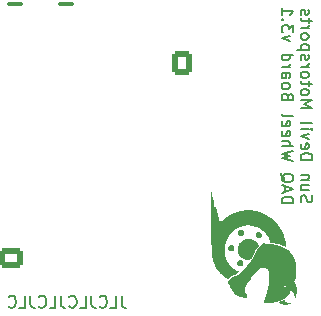
<source format=gbo>
G04 #@! TF.GenerationSoftware,KiCad,Pcbnew,8.0.2*
G04 #@! TF.CreationDate,2025-01-25T00:30:06-07:00*
G04 #@! TF.ProjectId,sdm25wheel,73646d32-3577-4686-9565-6c2e6b696361,v1.1*
G04 #@! TF.SameCoordinates,Original*
G04 #@! TF.FileFunction,Legend,Bot*
G04 #@! TF.FilePolarity,Positive*
%FSLAX46Y46*%
G04 Gerber Fmt 4.6, Leading zero omitted, Abs format (unit mm)*
G04 Created by KiCad (PCBNEW 8.0.2) date 2025-01-25 00:30:06*
%MOMM*%
%LPD*%
G01*
G04 APERTURE LIST*
G04 Aperture macros list*
%AMRoundRect*
0 Rectangle with rounded corners*
0 $1 Rounding radius*
0 $2 $3 $4 $5 $6 $7 $8 $9 X,Y pos of 4 corners*
0 Add a 4 corners polygon primitive as box body*
4,1,4,$2,$3,$4,$5,$6,$7,$8,$9,$2,$3,0*
0 Add four circle primitives for the rounded corners*
1,1,$1+$1,$2,$3*
1,1,$1+$1,$4,$5*
1,1,$1+$1,$6,$7*
1,1,$1+$1,$8,$9*
0 Add four rect primitives between the rounded corners*
20,1,$1+$1,$2,$3,$4,$5,0*
20,1,$1+$1,$4,$5,$6,$7,0*
20,1,$1+$1,$6,$7,$8,$9,0*
20,1,$1+$1,$8,$9,$2,$3,0*%
G04 Aperture macros list end*
%ADD10C,0.150000*%
%ADD11C,0.000000*%
%ADD12C,0.990600*%
%ADD13RoundRect,0.250000X0.725000X-0.600000X0.725000X0.600000X-0.725000X0.600000X-0.725000X-0.600000X0*%
%ADD14O,1.950000X1.700000*%
%ADD15C,1.524000*%
%ADD16C,3.200000*%
%ADD17O,1.200000X1.900000*%
%ADD18C,1.450000*%
%ADD19RoundRect,0.250000X0.600000X0.725000X-0.600000X0.725000X-0.600000X-0.725000X0.600000X-0.725000X0*%
%ADD20O,1.700000X1.950000*%
%ADD21R,1.700000X1.700000*%
%ADD22O,1.700000X1.700000*%
%ADD23RoundRect,0.070000X-0.630000X-0.070000X0.630000X-0.070000X0.630000X0.070000X-0.630000X0.070000X0*%
G04 APERTURE END LIST*
D10*
X164877506Y-113169819D02*
X164877506Y-113884104D01*
X164877506Y-113884104D02*
X164925125Y-114026961D01*
X164925125Y-114026961D02*
X165020363Y-114122200D01*
X165020363Y-114122200D02*
X165163220Y-114169819D01*
X165163220Y-114169819D02*
X165258458Y-114169819D01*
X163925125Y-114169819D02*
X164401315Y-114169819D01*
X164401315Y-114169819D02*
X164401315Y-113169819D01*
X163020363Y-114074580D02*
X163067982Y-114122200D01*
X163067982Y-114122200D02*
X163210839Y-114169819D01*
X163210839Y-114169819D02*
X163306077Y-114169819D01*
X163306077Y-114169819D02*
X163448934Y-114122200D01*
X163448934Y-114122200D02*
X163544172Y-114026961D01*
X163544172Y-114026961D02*
X163591791Y-113931723D01*
X163591791Y-113931723D02*
X163639410Y-113741247D01*
X163639410Y-113741247D02*
X163639410Y-113598390D01*
X163639410Y-113598390D02*
X163591791Y-113407914D01*
X163591791Y-113407914D02*
X163544172Y-113312676D01*
X163544172Y-113312676D02*
X163448934Y-113217438D01*
X163448934Y-113217438D02*
X163306077Y-113169819D01*
X163306077Y-113169819D02*
X163210839Y-113169819D01*
X163210839Y-113169819D02*
X163067982Y-113217438D01*
X163067982Y-113217438D02*
X163020363Y-113265057D01*
X162306077Y-113169819D02*
X162306077Y-113884104D01*
X162306077Y-113884104D02*
X162353696Y-114026961D01*
X162353696Y-114026961D02*
X162448934Y-114122200D01*
X162448934Y-114122200D02*
X162591791Y-114169819D01*
X162591791Y-114169819D02*
X162687029Y-114169819D01*
X161353696Y-114169819D02*
X161829886Y-114169819D01*
X161829886Y-114169819D02*
X161829886Y-113169819D01*
X160448934Y-114074580D02*
X160496553Y-114122200D01*
X160496553Y-114122200D02*
X160639410Y-114169819D01*
X160639410Y-114169819D02*
X160734648Y-114169819D01*
X160734648Y-114169819D02*
X160877505Y-114122200D01*
X160877505Y-114122200D02*
X160972743Y-114026961D01*
X160972743Y-114026961D02*
X161020362Y-113931723D01*
X161020362Y-113931723D02*
X161067981Y-113741247D01*
X161067981Y-113741247D02*
X161067981Y-113598390D01*
X161067981Y-113598390D02*
X161020362Y-113407914D01*
X161020362Y-113407914D02*
X160972743Y-113312676D01*
X160972743Y-113312676D02*
X160877505Y-113217438D01*
X160877505Y-113217438D02*
X160734648Y-113169819D01*
X160734648Y-113169819D02*
X160639410Y-113169819D01*
X160639410Y-113169819D02*
X160496553Y-113217438D01*
X160496553Y-113217438D02*
X160448934Y-113265057D01*
X159734648Y-113169819D02*
X159734648Y-113884104D01*
X159734648Y-113884104D02*
X159782267Y-114026961D01*
X159782267Y-114026961D02*
X159877505Y-114122200D01*
X159877505Y-114122200D02*
X160020362Y-114169819D01*
X160020362Y-114169819D02*
X160115600Y-114169819D01*
X158782267Y-114169819D02*
X159258457Y-114169819D01*
X159258457Y-114169819D02*
X159258457Y-113169819D01*
X157877505Y-114074580D02*
X157925124Y-114122200D01*
X157925124Y-114122200D02*
X158067981Y-114169819D01*
X158067981Y-114169819D02*
X158163219Y-114169819D01*
X158163219Y-114169819D02*
X158306076Y-114122200D01*
X158306076Y-114122200D02*
X158401314Y-114026961D01*
X158401314Y-114026961D02*
X158448933Y-113931723D01*
X158448933Y-113931723D02*
X158496552Y-113741247D01*
X158496552Y-113741247D02*
X158496552Y-113598390D01*
X158496552Y-113598390D02*
X158448933Y-113407914D01*
X158448933Y-113407914D02*
X158401314Y-113312676D01*
X158401314Y-113312676D02*
X158306076Y-113217438D01*
X158306076Y-113217438D02*
X158163219Y-113169819D01*
X158163219Y-113169819D02*
X158067981Y-113169819D01*
X158067981Y-113169819D02*
X157925124Y-113217438D01*
X157925124Y-113217438D02*
X157877505Y-113265057D01*
X157163219Y-113169819D02*
X157163219Y-113884104D01*
X157163219Y-113884104D02*
X157210838Y-114026961D01*
X157210838Y-114026961D02*
X157306076Y-114122200D01*
X157306076Y-114122200D02*
X157448933Y-114169819D01*
X157448933Y-114169819D02*
X157544171Y-114169819D01*
X156210838Y-114169819D02*
X156687028Y-114169819D01*
X156687028Y-114169819D02*
X156687028Y-113169819D01*
X155306076Y-114074580D02*
X155353695Y-114122200D01*
X155353695Y-114122200D02*
X155496552Y-114169819D01*
X155496552Y-114169819D02*
X155591790Y-114169819D01*
X155591790Y-114169819D02*
X155734647Y-114122200D01*
X155734647Y-114122200D02*
X155829885Y-114026961D01*
X155829885Y-114026961D02*
X155877504Y-113931723D01*
X155877504Y-113931723D02*
X155925123Y-113741247D01*
X155925123Y-113741247D02*
X155925123Y-113598390D01*
X155925123Y-113598390D02*
X155877504Y-113407914D01*
X155877504Y-113407914D02*
X155829885Y-113312676D01*
X155829885Y-113312676D02*
X155734647Y-113217438D01*
X155734647Y-113217438D02*
X155591790Y-113169819D01*
X155591790Y-113169819D02*
X155496552Y-113169819D01*
X155496552Y-113169819D02*
X155353695Y-113217438D01*
X155353695Y-113217438D02*
X155306076Y-113265057D01*
X180087744Y-105242858D02*
X180040124Y-105100001D01*
X180040124Y-105100001D02*
X180040124Y-104861906D01*
X180040124Y-104861906D02*
X180087744Y-104766668D01*
X180087744Y-104766668D02*
X180135363Y-104719049D01*
X180135363Y-104719049D02*
X180230601Y-104671430D01*
X180230601Y-104671430D02*
X180325839Y-104671430D01*
X180325839Y-104671430D02*
X180421077Y-104719049D01*
X180421077Y-104719049D02*
X180468696Y-104766668D01*
X180468696Y-104766668D02*
X180516315Y-104861906D01*
X180516315Y-104861906D02*
X180563934Y-105052382D01*
X180563934Y-105052382D02*
X180611553Y-105147620D01*
X180611553Y-105147620D02*
X180659172Y-105195239D01*
X180659172Y-105195239D02*
X180754410Y-105242858D01*
X180754410Y-105242858D02*
X180849648Y-105242858D01*
X180849648Y-105242858D02*
X180944886Y-105195239D01*
X180944886Y-105195239D02*
X180992505Y-105147620D01*
X180992505Y-105147620D02*
X181040124Y-105052382D01*
X181040124Y-105052382D02*
X181040124Y-104814287D01*
X181040124Y-104814287D02*
X180992505Y-104671430D01*
X180706791Y-103814287D02*
X180040124Y-103814287D01*
X180706791Y-104242858D02*
X180182982Y-104242858D01*
X180182982Y-104242858D02*
X180087744Y-104195239D01*
X180087744Y-104195239D02*
X180040124Y-104100001D01*
X180040124Y-104100001D02*
X180040124Y-103957144D01*
X180040124Y-103957144D02*
X180087744Y-103861906D01*
X180087744Y-103861906D02*
X180135363Y-103814287D01*
X180706791Y-103338096D02*
X180040124Y-103338096D01*
X180611553Y-103338096D02*
X180659172Y-103290477D01*
X180659172Y-103290477D02*
X180706791Y-103195239D01*
X180706791Y-103195239D02*
X180706791Y-103052382D01*
X180706791Y-103052382D02*
X180659172Y-102957144D01*
X180659172Y-102957144D02*
X180563934Y-102909525D01*
X180563934Y-102909525D02*
X180040124Y-102909525D01*
X180040124Y-101671429D02*
X181040124Y-101671429D01*
X181040124Y-101671429D02*
X181040124Y-101433334D01*
X181040124Y-101433334D02*
X180992505Y-101290477D01*
X180992505Y-101290477D02*
X180897267Y-101195239D01*
X180897267Y-101195239D02*
X180802029Y-101147620D01*
X180802029Y-101147620D02*
X180611553Y-101100001D01*
X180611553Y-101100001D02*
X180468696Y-101100001D01*
X180468696Y-101100001D02*
X180278220Y-101147620D01*
X180278220Y-101147620D02*
X180182982Y-101195239D01*
X180182982Y-101195239D02*
X180087744Y-101290477D01*
X180087744Y-101290477D02*
X180040124Y-101433334D01*
X180040124Y-101433334D02*
X180040124Y-101671429D01*
X180087744Y-100290477D02*
X180040124Y-100385715D01*
X180040124Y-100385715D02*
X180040124Y-100576191D01*
X180040124Y-100576191D02*
X180087744Y-100671429D01*
X180087744Y-100671429D02*
X180182982Y-100719048D01*
X180182982Y-100719048D02*
X180563934Y-100719048D01*
X180563934Y-100719048D02*
X180659172Y-100671429D01*
X180659172Y-100671429D02*
X180706791Y-100576191D01*
X180706791Y-100576191D02*
X180706791Y-100385715D01*
X180706791Y-100385715D02*
X180659172Y-100290477D01*
X180659172Y-100290477D02*
X180563934Y-100242858D01*
X180563934Y-100242858D02*
X180468696Y-100242858D01*
X180468696Y-100242858D02*
X180373458Y-100719048D01*
X180706791Y-99909524D02*
X180040124Y-99671429D01*
X180040124Y-99671429D02*
X180706791Y-99433334D01*
X180040124Y-99052381D02*
X180706791Y-99052381D01*
X181040124Y-99052381D02*
X180992505Y-99100000D01*
X180992505Y-99100000D02*
X180944886Y-99052381D01*
X180944886Y-99052381D02*
X180992505Y-99004762D01*
X180992505Y-99004762D02*
X181040124Y-99052381D01*
X181040124Y-99052381D02*
X180944886Y-99052381D01*
X180040124Y-98433334D02*
X180087744Y-98528572D01*
X180087744Y-98528572D02*
X180182982Y-98576191D01*
X180182982Y-98576191D02*
X181040124Y-98576191D01*
X180040124Y-97290476D02*
X181040124Y-97290476D01*
X181040124Y-97290476D02*
X180325839Y-96957143D01*
X180325839Y-96957143D02*
X181040124Y-96623810D01*
X181040124Y-96623810D02*
X180040124Y-96623810D01*
X180040124Y-96004762D02*
X180087744Y-96100000D01*
X180087744Y-96100000D02*
X180135363Y-96147619D01*
X180135363Y-96147619D02*
X180230601Y-96195238D01*
X180230601Y-96195238D02*
X180516315Y-96195238D01*
X180516315Y-96195238D02*
X180611553Y-96147619D01*
X180611553Y-96147619D02*
X180659172Y-96100000D01*
X180659172Y-96100000D02*
X180706791Y-96004762D01*
X180706791Y-96004762D02*
X180706791Y-95861905D01*
X180706791Y-95861905D02*
X180659172Y-95766667D01*
X180659172Y-95766667D02*
X180611553Y-95719048D01*
X180611553Y-95719048D02*
X180516315Y-95671429D01*
X180516315Y-95671429D02*
X180230601Y-95671429D01*
X180230601Y-95671429D02*
X180135363Y-95719048D01*
X180135363Y-95719048D02*
X180087744Y-95766667D01*
X180087744Y-95766667D02*
X180040124Y-95861905D01*
X180040124Y-95861905D02*
X180040124Y-96004762D01*
X180706791Y-95385714D02*
X180706791Y-95004762D01*
X181040124Y-95242857D02*
X180182982Y-95242857D01*
X180182982Y-95242857D02*
X180087744Y-95195238D01*
X180087744Y-95195238D02*
X180040124Y-95100000D01*
X180040124Y-95100000D02*
X180040124Y-95004762D01*
X180040124Y-94528571D02*
X180087744Y-94623809D01*
X180087744Y-94623809D02*
X180135363Y-94671428D01*
X180135363Y-94671428D02*
X180230601Y-94719047D01*
X180230601Y-94719047D02*
X180516315Y-94719047D01*
X180516315Y-94719047D02*
X180611553Y-94671428D01*
X180611553Y-94671428D02*
X180659172Y-94623809D01*
X180659172Y-94623809D02*
X180706791Y-94528571D01*
X180706791Y-94528571D02*
X180706791Y-94385714D01*
X180706791Y-94385714D02*
X180659172Y-94290476D01*
X180659172Y-94290476D02*
X180611553Y-94242857D01*
X180611553Y-94242857D02*
X180516315Y-94195238D01*
X180516315Y-94195238D02*
X180230601Y-94195238D01*
X180230601Y-94195238D02*
X180135363Y-94242857D01*
X180135363Y-94242857D02*
X180087744Y-94290476D01*
X180087744Y-94290476D02*
X180040124Y-94385714D01*
X180040124Y-94385714D02*
X180040124Y-94528571D01*
X180040124Y-93766666D02*
X180706791Y-93766666D01*
X180516315Y-93766666D02*
X180611553Y-93719047D01*
X180611553Y-93719047D02*
X180659172Y-93671428D01*
X180659172Y-93671428D02*
X180706791Y-93576190D01*
X180706791Y-93576190D02*
X180706791Y-93480952D01*
X180087744Y-93195237D02*
X180040124Y-93099999D01*
X180040124Y-93099999D02*
X180040124Y-92909523D01*
X180040124Y-92909523D02*
X180087744Y-92814285D01*
X180087744Y-92814285D02*
X180182982Y-92766666D01*
X180182982Y-92766666D02*
X180230601Y-92766666D01*
X180230601Y-92766666D02*
X180325839Y-92814285D01*
X180325839Y-92814285D02*
X180373458Y-92909523D01*
X180373458Y-92909523D02*
X180373458Y-93052380D01*
X180373458Y-93052380D02*
X180421077Y-93147618D01*
X180421077Y-93147618D02*
X180516315Y-93195237D01*
X180516315Y-93195237D02*
X180563934Y-93195237D01*
X180563934Y-93195237D02*
X180659172Y-93147618D01*
X180659172Y-93147618D02*
X180706791Y-93052380D01*
X180706791Y-93052380D02*
X180706791Y-92909523D01*
X180706791Y-92909523D02*
X180659172Y-92814285D01*
X180706791Y-92338094D02*
X179706791Y-92338094D01*
X180659172Y-92338094D02*
X180706791Y-92242856D01*
X180706791Y-92242856D02*
X180706791Y-92052380D01*
X180706791Y-92052380D02*
X180659172Y-91957142D01*
X180659172Y-91957142D02*
X180611553Y-91909523D01*
X180611553Y-91909523D02*
X180516315Y-91861904D01*
X180516315Y-91861904D02*
X180230601Y-91861904D01*
X180230601Y-91861904D02*
X180135363Y-91909523D01*
X180135363Y-91909523D02*
X180087744Y-91957142D01*
X180087744Y-91957142D02*
X180040124Y-92052380D01*
X180040124Y-92052380D02*
X180040124Y-92242856D01*
X180040124Y-92242856D02*
X180087744Y-92338094D01*
X180040124Y-91290475D02*
X180087744Y-91385713D01*
X180087744Y-91385713D02*
X180135363Y-91433332D01*
X180135363Y-91433332D02*
X180230601Y-91480951D01*
X180230601Y-91480951D02*
X180516315Y-91480951D01*
X180516315Y-91480951D02*
X180611553Y-91433332D01*
X180611553Y-91433332D02*
X180659172Y-91385713D01*
X180659172Y-91385713D02*
X180706791Y-91290475D01*
X180706791Y-91290475D02*
X180706791Y-91147618D01*
X180706791Y-91147618D02*
X180659172Y-91052380D01*
X180659172Y-91052380D02*
X180611553Y-91004761D01*
X180611553Y-91004761D02*
X180516315Y-90957142D01*
X180516315Y-90957142D02*
X180230601Y-90957142D01*
X180230601Y-90957142D02*
X180135363Y-91004761D01*
X180135363Y-91004761D02*
X180087744Y-91052380D01*
X180087744Y-91052380D02*
X180040124Y-91147618D01*
X180040124Y-91147618D02*
X180040124Y-91290475D01*
X180040124Y-90528570D02*
X180706791Y-90528570D01*
X180516315Y-90528570D02*
X180611553Y-90480951D01*
X180611553Y-90480951D02*
X180659172Y-90433332D01*
X180659172Y-90433332D02*
X180706791Y-90338094D01*
X180706791Y-90338094D02*
X180706791Y-90242856D01*
X180706791Y-90052379D02*
X180706791Y-89671427D01*
X181040124Y-89909522D02*
X180182982Y-89909522D01*
X180182982Y-89909522D02*
X180087744Y-89861903D01*
X180087744Y-89861903D02*
X180040124Y-89766665D01*
X180040124Y-89766665D02*
X180040124Y-89671427D01*
X180087744Y-89385712D02*
X180040124Y-89290474D01*
X180040124Y-89290474D02*
X180040124Y-89099998D01*
X180040124Y-89099998D02*
X180087744Y-89004760D01*
X180087744Y-89004760D02*
X180182982Y-88957141D01*
X180182982Y-88957141D02*
X180230601Y-88957141D01*
X180230601Y-88957141D02*
X180325839Y-89004760D01*
X180325839Y-89004760D02*
X180373458Y-89099998D01*
X180373458Y-89099998D02*
X180373458Y-89242855D01*
X180373458Y-89242855D02*
X180421077Y-89338093D01*
X180421077Y-89338093D02*
X180516315Y-89385712D01*
X180516315Y-89385712D02*
X180563934Y-89385712D01*
X180563934Y-89385712D02*
X180659172Y-89338093D01*
X180659172Y-89338093D02*
X180706791Y-89242855D01*
X180706791Y-89242855D02*
X180706791Y-89099998D01*
X180706791Y-89099998D02*
X180659172Y-89004760D01*
X178430180Y-105338095D02*
X179430180Y-105338095D01*
X179430180Y-105338095D02*
X179430180Y-105100000D01*
X179430180Y-105100000D02*
X179382561Y-104957143D01*
X179382561Y-104957143D02*
X179287323Y-104861905D01*
X179287323Y-104861905D02*
X179192085Y-104814286D01*
X179192085Y-104814286D02*
X179001609Y-104766667D01*
X179001609Y-104766667D02*
X178858752Y-104766667D01*
X178858752Y-104766667D02*
X178668276Y-104814286D01*
X178668276Y-104814286D02*
X178573038Y-104861905D01*
X178573038Y-104861905D02*
X178477800Y-104957143D01*
X178477800Y-104957143D02*
X178430180Y-105100000D01*
X178430180Y-105100000D02*
X178430180Y-105338095D01*
X178715895Y-104385714D02*
X178715895Y-103909524D01*
X178430180Y-104480952D02*
X179430180Y-104147619D01*
X179430180Y-104147619D02*
X178430180Y-103814286D01*
X178334942Y-102814286D02*
X178382561Y-102909524D01*
X178382561Y-102909524D02*
X178477800Y-103004762D01*
X178477800Y-103004762D02*
X178620657Y-103147619D01*
X178620657Y-103147619D02*
X178668276Y-103242857D01*
X178668276Y-103242857D02*
X178668276Y-103338095D01*
X178430180Y-103290476D02*
X178477800Y-103385714D01*
X178477800Y-103385714D02*
X178573038Y-103480952D01*
X178573038Y-103480952D02*
X178763514Y-103528571D01*
X178763514Y-103528571D02*
X179096847Y-103528571D01*
X179096847Y-103528571D02*
X179287323Y-103480952D01*
X179287323Y-103480952D02*
X179382561Y-103385714D01*
X179382561Y-103385714D02*
X179430180Y-103290476D01*
X179430180Y-103290476D02*
X179430180Y-103100000D01*
X179430180Y-103100000D02*
X179382561Y-103004762D01*
X179382561Y-103004762D02*
X179287323Y-102909524D01*
X179287323Y-102909524D02*
X179096847Y-102861905D01*
X179096847Y-102861905D02*
X178763514Y-102861905D01*
X178763514Y-102861905D02*
X178573038Y-102909524D01*
X178573038Y-102909524D02*
X178477800Y-103004762D01*
X178477800Y-103004762D02*
X178430180Y-103100000D01*
X178430180Y-103100000D02*
X178430180Y-103290476D01*
X179430180Y-101766666D02*
X178430180Y-101528571D01*
X178430180Y-101528571D02*
X179144466Y-101338095D01*
X179144466Y-101338095D02*
X178430180Y-101147619D01*
X178430180Y-101147619D02*
X179430180Y-100909524D01*
X178430180Y-100528571D02*
X179430180Y-100528571D01*
X178430180Y-100100000D02*
X178953990Y-100100000D01*
X178953990Y-100100000D02*
X179049228Y-100147619D01*
X179049228Y-100147619D02*
X179096847Y-100242857D01*
X179096847Y-100242857D02*
X179096847Y-100385714D01*
X179096847Y-100385714D02*
X179049228Y-100480952D01*
X179049228Y-100480952D02*
X179001609Y-100528571D01*
X178477800Y-99242857D02*
X178430180Y-99338095D01*
X178430180Y-99338095D02*
X178430180Y-99528571D01*
X178430180Y-99528571D02*
X178477800Y-99623809D01*
X178477800Y-99623809D02*
X178573038Y-99671428D01*
X178573038Y-99671428D02*
X178953990Y-99671428D01*
X178953990Y-99671428D02*
X179049228Y-99623809D01*
X179049228Y-99623809D02*
X179096847Y-99528571D01*
X179096847Y-99528571D02*
X179096847Y-99338095D01*
X179096847Y-99338095D02*
X179049228Y-99242857D01*
X179049228Y-99242857D02*
X178953990Y-99195238D01*
X178953990Y-99195238D02*
X178858752Y-99195238D01*
X178858752Y-99195238D02*
X178763514Y-99671428D01*
X178477800Y-98385714D02*
X178430180Y-98480952D01*
X178430180Y-98480952D02*
X178430180Y-98671428D01*
X178430180Y-98671428D02*
X178477800Y-98766666D01*
X178477800Y-98766666D02*
X178573038Y-98814285D01*
X178573038Y-98814285D02*
X178953990Y-98814285D01*
X178953990Y-98814285D02*
X179049228Y-98766666D01*
X179049228Y-98766666D02*
X179096847Y-98671428D01*
X179096847Y-98671428D02*
X179096847Y-98480952D01*
X179096847Y-98480952D02*
X179049228Y-98385714D01*
X179049228Y-98385714D02*
X178953990Y-98338095D01*
X178953990Y-98338095D02*
X178858752Y-98338095D01*
X178858752Y-98338095D02*
X178763514Y-98814285D01*
X178430180Y-97766666D02*
X178477800Y-97861904D01*
X178477800Y-97861904D02*
X178573038Y-97909523D01*
X178573038Y-97909523D02*
X179430180Y-97909523D01*
X178953990Y-96290475D02*
X178906371Y-96147618D01*
X178906371Y-96147618D02*
X178858752Y-96099999D01*
X178858752Y-96099999D02*
X178763514Y-96052380D01*
X178763514Y-96052380D02*
X178620657Y-96052380D01*
X178620657Y-96052380D02*
X178525419Y-96099999D01*
X178525419Y-96099999D02*
X178477800Y-96147618D01*
X178477800Y-96147618D02*
X178430180Y-96242856D01*
X178430180Y-96242856D02*
X178430180Y-96623808D01*
X178430180Y-96623808D02*
X179430180Y-96623808D01*
X179430180Y-96623808D02*
X179430180Y-96290475D01*
X179430180Y-96290475D02*
X179382561Y-96195237D01*
X179382561Y-96195237D02*
X179334942Y-96147618D01*
X179334942Y-96147618D02*
X179239704Y-96099999D01*
X179239704Y-96099999D02*
X179144466Y-96099999D01*
X179144466Y-96099999D02*
X179049228Y-96147618D01*
X179049228Y-96147618D02*
X179001609Y-96195237D01*
X179001609Y-96195237D02*
X178953990Y-96290475D01*
X178953990Y-96290475D02*
X178953990Y-96623808D01*
X178430180Y-95480951D02*
X178477800Y-95576189D01*
X178477800Y-95576189D02*
X178525419Y-95623808D01*
X178525419Y-95623808D02*
X178620657Y-95671427D01*
X178620657Y-95671427D02*
X178906371Y-95671427D01*
X178906371Y-95671427D02*
X179001609Y-95623808D01*
X179001609Y-95623808D02*
X179049228Y-95576189D01*
X179049228Y-95576189D02*
X179096847Y-95480951D01*
X179096847Y-95480951D02*
X179096847Y-95338094D01*
X179096847Y-95338094D02*
X179049228Y-95242856D01*
X179049228Y-95242856D02*
X179001609Y-95195237D01*
X179001609Y-95195237D02*
X178906371Y-95147618D01*
X178906371Y-95147618D02*
X178620657Y-95147618D01*
X178620657Y-95147618D02*
X178525419Y-95195237D01*
X178525419Y-95195237D02*
X178477800Y-95242856D01*
X178477800Y-95242856D02*
X178430180Y-95338094D01*
X178430180Y-95338094D02*
X178430180Y-95480951D01*
X178430180Y-94290475D02*
X178953990Y-94290475D01*
X178953990Y-94290475D02*
X179049228Y-94338094D01*
X179049228Y-94338094D02*
X179096847Y-94433332D01*
X179096847Y-94433332D02*
X179096847Y-94623808D01*
X179096847Y-94623808D02*
X179049228Y-94719046D01*
X178477800Y-94290475D02*
X178430180Y-94385713D01*
X178430180Y-94385713D02*
X178430180Y-94623808D01*
X178430180Y-94623808D02*
X178477800Y-94719046D01*
X178477800Y-94719046D02*
X178573038Y-94766665D01*
X178573038Y-94766665D02*
X178668276Y-94766665D01*
X178668276Y-94766665D02*
X178763514Y-94719046D01*
X178763514Y-94719046D02*
X178811133Y-94623808D01*
X178811133Y-94623808D02*
X178811133Y-94385713D01*
X178811133Y-94385713D02*
X178858752Y-94290475D01*
X178430180Y-93814284D02*
X179096847Y-93814284D01*
X178906371Y-93814284D02*
X179001609Y-93766665D01*
X179001609Y-93766665D02*
X179049228Y-93719046D01*
X179049228Y-93719046D02*
X179096847Y-93623808D01*
X179096847Y-93623808D02*
X179096847Y-93528570D01*
X178430180Y-92766665D02*
X179430180Y-92766665D01*
X178477800Y-92766665D02*
X178430180Y-92861903D01*
X178430180Y-92861903D02*
X178430180Y-93052379D01*
X178430180Y-93052379D02*
X178477800Y-93147617D01*
X178477800Y-93147617D02*
X178525419Y-93195236D01*
X178525419Y-93195236D02*
X178620657Y-93242855D01*
X178620657Y-93242855D02*
X178906371Y-93242855D01*
X178906371Y-93242855D02*
X179001609Y-93195236D01*
X179001609Y-93195236D02*
X179049228Y-93147617D01*
X179049228Y-93147617D02*
X179096847Y-93052379D01*
X179096847Y-93052379D02*
X179096847Y-92861903D01*
X179096847Y-92861903D02*
X179049228Y-92766665D01*
X179096847Y-91623807D02*
X178430180Y-91385712D01*
X178430180Y-91385712D02*
X179096847Y-91147617D01*
X179430180Y-90861902D02*
X179430180Y-90242855D01*
X179430180Y-90242855D02*
X179049228Y-90576188D01*
X179049228Y-90576188D02*
X179049228Y-90433331D01*
X179049228Y-90433331D02*
X179001609Y-90338093D01*
X179001609Y-90338093D02*
X178953990Y-90290474D01*
X178953990Y-90290474D02*
X178858752Y-90242855D01*
X178858752Y-90242855D02*
X178620657Y-90242855D01*
X178620657Y-90242855D02*
X178525419Y-90290474D01*
X178525419Y-90290474D02*
X178477800Y-90338093D01*
X178477800Y-90338093D02*
X178430180Y-90433331D01*
X178430180Y-90433331D02*
X178430180Y-90719045D01*
X178430180Y-90719045D02*
X178477800Y-90814283D01*
X178477800Y-90814283D02*
X178525419Y-90861902D01*
X178525419Y-89814283D02*
X178477800Y-89766664D01*
X178477800Y-89766664D02*
X178430180Y-89814283D01*
X178430180Y-89814283D02*
X178477800Y-89861902D01*
X178477800Y-89861902D02*
X178525419Y-89814283D01*
X178525419Y-89814283D02*
X178430180Y-89814283D01*
X178430180Y-88814284D02*
X178430180Y-89385712D01*
X178430180Y-89099998D02*
X179430180Y-89099998D01*
X179430180Y-89099998D02*
X179287323Y-89195236D01*
X179287323Y-89195236D02*
X179192085Y-89290474D01*
X179192085Y-89290474D02*
X179144466Y-89385712D01*
D11*
G36*
X174166723Y-108875385D02*
G01*
X174223897Y-108881183D01*
X174274218Y-108896943D01*
X174319033Y-108923243D01*
X174359690Y-108960662D01*
X174374885Y-108978982D01*
X174403391Y-109025682D01*
X174421272Y-109075334D01*
X174428960Y-109126439D01*
X174426886Y-109177501D01*
X174415481Y-109227022D01*
X174395175Y-109273504D01*
X174366399Y-109315450D01*
X174329584Y-109351362D01*
X174285161Y-109379743D01*
X174233561Y-109399094D01*
X174182990Y-109407507D01*
X174126390Y-109406015D01*
X174072000Y-109393317D01*
X174021644Y-109369861D01*
X173977151Y-109336096D01*
X173950230Y-109305338D01*
X173925749Y-109266657D01*
X173907398Y-109225680D01*
X173897491Y-109186742D01*
X173894997Y-109160834D01*
X173897348Y-109101964D01*
X173911192Y-109047386D01*
X173936335Y-108997707D01*
X173972582Y-108953531D01*
X174014602Y-108918008D01*
X174058677Y-108893561D01*
X174106704Y-108879660D01*
X174161028Y-108875332D01*
X174166723Y-108875385D01*
G37*
G36*
X176529170Y-107755457D02*
G01*
X176582787Y-107768082D01*
X176631467Y-107791169D01*
X176674010Y-107823394D01*
X176709216Y-107863435D01*
X176735886Y-107909967D01*
X176752819Y-107961669D01*
X176758816Y-108017217D01*
X176754642Y-108071850D01*
X176740728Y-108121683D01*
X176716165Y-108167050D01*
X176680054Y-108210155D01*
X176659333Y-108229012D01*
X176613510Y-108258992D01*
X176563494Y-108278445D01*
X176511039Y-108287340D01*
X176457897Y-108285646D01*
X176405822Y-108273332D01*
X176356565Y-108250365D01*
X176311881Y-108216716D01*
X176301748Y-108206993D01*
X176274184Y-108175877D01*
X176253968Y-108143240D01*
X176237878Y-108104186D01*
X176230292Y-108073989D01*
X176225670Y-108032845D01*
X176225984Y-107991302D01*
X176231484Y-107955189D01*
X176247975Y-107908906D01*
X176276372Y-107861004D01*
X176313328Y-107820761D01*
X176357535Y-107789085D01*
X176407687Y-107766883D01*
X176462475Y-107755063D01*
X176520593Y-107754531D01*
X176529170Y-107755457D01*
G37*
G36*
X175031058Y-107567856D02*
G01*
X175082677Y-107579570D01*
X175131282Y-107601546D01*
X175175135Y-107632874D01*
X175212502Y-107672639D01*
X175241645Y-107719930D01*
X175242452Y-107721608D01*
X175252824Y-107744054D01*
X175259332Y-107761843D01*
X175262871Y-107779263D01*
X175264335Y-107800606D01*
X175264618Y-107830158D01*
X175263013Y-107866118D01*
X175252643Y-107921818D01*
X175232325Y-107970471D01*
X175201686Y-108012866D01*
X175160350Y-108049796D01*
X175159925Y-108050108D01*
X175111500Y-108078547D01*
X175060532Y-108095793D01*
X175008502Y-108102388D01*
X174956892Y-108098874D01*
X174907183Y-108085791D01*
X174860856Y-108063682D01*
X174819393Y-108033086D01*
X174784273Y-107994547D01*
X174756980Y-107948604D01*
X174738993Y-107895799D01*
X174734926Y-107870665D01*
X174734095Y-107822910D01*
X174740638Y-107773752D01*
X174754093Y-107728321D01*
X174763485Y-107707738D01*
X174782063Y-107678709D01*
X174808465Y-107648868D01*
X174820289Y-107637406D01*
X174860540Y-107606366D01*
X174905043Y-107584636D01*
X174957241Y-107570397D01*
X174978160Y-107567319D01*
X175031058Y-107567856D01*
G37*
G36*
X174940506Y-110162016D02*
G01*
X174969711Y-110162503D01*
X174990872Y-110163925D01*
X175007092Y-110166733D01*
X175021474Y-110171374D01*
X175037122Y-110178299D01*
X175061376Y-110191282D01*
X175105824Y-110224524D01*
X175141321Y-110264628D01*
X175167585Y-110310053D01*
X175184335Y-110359261D01*
X175191291Y-110410710D01*
X175188172Y-110462862D01*
X175174696Y-110514176D01*
X175150584Y-110563113D01*
X175115552Y-110608133D01*
X175114074Y-110609672D01*
X175070219Y-110646525D01*
X175021379Y-110672350D01*
X174968806Y-110686935D01*
X174913754Y-110690069D01*
X174857475Y-110681541D01*
X174801221Y-110661140D01*
X174771581Y-110643665D01*
X174734274Y-110611381D01*
X174702047Y-110571724D01*
X174677169Y-110527611D01*
X174661905Y-110481956D01*
X174661538Y-110480101D01*
X174659292Y-110459750D01*
X174658318Y-110432905D01*
X174658827Y-110404862D01*
X174658866Y-110404094D01*
X174667791Y-110348638D01*
X174687935Y-110297113D01*
X174718242Y-110251126D01*
X174757657Y-110212286D01*
X174805124Y-110182197D01*
X174820599Y-110174772D01*
X174835542Y-110168724D01*
X174850204Y-110164963D01*
X174867780Y-110162946D01*
X174891468Y-110162133D01*
X174924462Y-110161982D01*
X174940506Y-110162016D01*
G37*
G36*
X178636836Y-113484284D02*
G01*
X178637179Y-113485262D01*
X178645857Y-113502132D01*
X178661074Y-113525198D01*
X178680832Y-113551870D01*
X178703135Y-113579558D01*
X178725984Y-113605672D01*
X178747383Y-113627622D01*
X178793398Y-113667135D01*
X178862628Y-113714066D01*
X178937273Y-113751979D01*
X179015366Y-113780063D01*
X179094941Y-113797508D01*
X179174031Y-113803503D01*
X179193206Y-113804231D01*
X179206602Y-113806238D01*
X179210442Y-113809077D01*
X179203980Y-113814195D01*
X179188059Y-113823220D01*
X179165437Y-113834556D01*
X179138697Y-113846964D01*
X179110422Y-113859207D01*
X179083194Y-113870048D01*
X179063087Y-113877230D01*
X178994446Y-113897198D01*
X178917718Y-113913513D01*
X178836003Y-113925479D01*
X178814018Y-113927939D01*
X178781924Y-113930969D01*
X178755336Y-113932244D01*
X178729845Y-113931765D01*
X178701043Y-113929536D01*
X178664522Y-113925558D01*
X178616789Y-113919190D01*
X178518153Y-113899807D01*
X178426785Y-113872357D01*
X178340465Y-113835969D01*
X178256975Y-113789771D01*
X178174095Y-113732892D01*
X178161215Y-113722974D01*
X178143980Y-113707912D01*
X178137021Y-113698030D01*
X178139970Y-113692621D01*
X178152463Y-113690975D01*
X178159019Y-113690445D01*
X178178909Y-113686883D01*
X178206231Y-113680616D01*
X178238077Y-113672410D01*
X178271539Y-113663030D01*
X178303710Y-113653242D01*
X178331682Y-113643810D01*
X178356886Y-113634088D01*
X178410949Y-113610088D01*
X178467912Y-113581292D01*
X178523450Y-113549948D01*
X178573239Y-113518303D01*
X178593074Y-113505123D01*
X178615881Y-113491296D01*
X178630789Y-113484179D01*
X178636836Y-113484284D01*
G37*
G36*
X175639744Y-108330736D02*
G01*
X175732109Y-108339780D01*
X175823671Y-108356208D01*
X175911735Y-108379726D01*
X175993607Y-108410038D01*
X176008432Y-108416574D01*
X176087804Y-108456476D01*
X176159273Y-108500862D01*
X176181085Y-108517127D01*
X176216172Y-108546621D01*
X176253697Y-108581260D01*
X176291159Y-108618532D01*
X176326059Y-108655922D01*
X176355897Y-108690917D01*
X176378174Y-108721003D01*
X176386988Y-108734700D01*
X176409806Y-108772977D01*
X176431390Y-108812876D01*
X176450258Y-108851430D01*
X176464928Y-108885671D01*
X176473916Y-108912632D01*
X176482072Y-108944847D01*
X176406652Y-109039786D01*
X176363150Y-109094971D01*
X176321557Y-109149038D01*
X176286391Y-109196692D01*
X176256702Y-109239516D01*
X176231541Y-109279093D01*
X176209959Y-109317007D01*
X176191006Y-109354840D01*
X176173733Y-109394176D01*
X176157189Y-109436599D01*
X176140426Y-109483690D01*
X176132780Y-109504748D01*
X176117569Y-109543052D01*
X176100530Y-109582805D01*
X176084115Y-109618154D01*
X176066494Y-109652240D01*
X176038208Y-109702564D01*
X176004127Y-109759592D01*
X175965351Y-109821599D01*
X175922983Y-109886867D01*
X175878125Y-109953672D01*
X175831878Y-110020293D01*
X175785343Y-110085009D01*
X175782301Y-110089022D01*
X175774078Y-110097971D01*
X175764237Y-110104888D01*
X175751221Y-110110028D01*
X175733477Y-110113644D01*
X175709451Y-110115993D01*
X175677587Y-110117329D01*
X175636332Y-110117905D01*
X175584131Y-110117978D01*
X175536407Y-110117835D01*
X175498851Y-110117461D01*
X175469398Y-110116677D01*
X175445844Y-110115306D01*
X175425986Y-110113169D01*
X175407621Y-110110089D01*
X175388546Y-110105887D01*
X175366557Y-110100385D01*
X175331081Y-110090521D01*
X175232578Y-110054715D01*
X175140280Y-110008355D01*
X175054820Y-109951893D01*
X174976826Y-109885780D01*
X174906930Y-109810471D01*
X174845761Y-109726416D01*
X174817926Y-109679431D01*
X174777617Y-109596131D01*
X174744702Y-109507664D01*
X174720443Y-109417617D01*
X174706102Y-109329578D01*
X174703183Y-109287083D01*
X174702323Y-109236378D01*
X174703524Y-109182786D01*
X174706628Y-109130133D01*
X174711477Y-109082248D01*
X174717913Y-109042957D01*
X174722547Y-109022421D01*
X174752086Y-108924430D01*
X174792470Y-108830947D01*
X174842874Y-108742807D01*
X174902473Y-108660847D01*
X174970440Y-108585902D01*
X175045950Y-108518807D01*
X175128179Y-108460397D01*
X175216299Y-108411508D01*
X175309487Y-108372976D01*
X175406916Y-108345636D01*
X175463385Y-108335988D01*
X175549271Y-108329374D01*
X175639744Y-108330736D01*
G37*
G36*
X176889479Y-108739786D02*
G01*
X176945358Y-108740585D01*
X177025140Y-108743699D01*
X177112536Y-108748939D01*
X177204960Y-108756061D01*
X177299828Y-108764823D01*
X177394553Y-108774981D01*
X177486552Y-108786293D01*
X177573239Y-108798515D01*
X177652028Y-108811407D01*
X177654045Y-108811765D01*
X177684584Y-108817193D01*
X177715685Y-108822725D01*
X177740912Y-108827216D01*
X177821063Y-108842544D01*
X177954678Y-108872488D01*
X178089282Y-108907819D01*
X178222952Y-108947874D01*
X178353762Y-108991988D01*
X178479789Y-109039500D01*
X178599108Y-109089744D01*
X178709795Y-109142059D01*
X178809925Y-109195779D01*
X178836783Y-109211406D01*
X178934200Y-109271616D01*
X179020971Y-109331647D01*
X179098466Y-109392828D01*
X179168054Y-109456483D01*
X179231106Y-109523942D01*
X179288990Y-109596529D01*
X179343075Y-109675573D01*
X179394732Y-109762400D01*
X179440091Y-109847630D01*
X179497362Y-109970175D01*
X179546158Y-110095039D01*
X179587016Y-110223974D01*
X179620470Y-110358732D01*
X179647060Y-110501066D01*
X179667319Y-110652728D01*
X179670905Y-110690486D01*
X179675487Y-110765201D01*
X179677916Y-110848413D01*
X179678247Y-110937701D01*
X179676536Y-111030638D01*
X179672839Y-111124802D01*
X179667211Y-111217768D01*
X179659709Y-111307112D01*
X179650387Y-111390409D01*
X179646940Y-111416012D01*
X179640094Y-111462345D01*
X179632019Y-111512786D01*
X179623009Y-111565840D01*
X179613354Y-111620010D01*
X179603348Y-111673800D01*
X179593282Y-111725716D01*
X179583450Y-111774262D01*
X179574143Y-111817941D01*
X179565654Y-111855259D01*
X179558275Y-111884719D01*
X179552298Y-111904827D01*
X179548017Y-111914086D01*
X179548006Y-111914097D01*
X179546273Y-111915931D01*
X179544384Y-111916034D01*
X179540904Y-111912725D01*
X179534401Y-111904324D01*
X179523441Y-111889152D01*
X179506589Y-111865526D01*
X179454821Y-111797127D01*
X179388598Y-111721112D01*
X179321397Y-111656425D01*
X179253784Y-111603654D01*
X179239784Y-111594169D01*
X179209689Y-111574831D01*
X179181734Y-111558176D01*
X179157943Y-111545329D01*
X179140341Y-111537411D01*
X179130953Y-111535545D01*
X179130734Y-111535681D01*
X179133597Y-111541048D01*
X179144297Y-111552679D01*
X179161258Y-111568973D01*
X179182903Y-111588328D01*
X179194036Y-111598112D01*
X179234400Y-111635305D01*
X179277380Y-111677157D01*
X179320532Y-111721135D01*
X179361409Y-111764709D01*
X179397567Y-111805348D01*
X179426559Y-111840520D01*
X179500402Y-111943440D01*
X179566963Y-112055190D01*
X179622041Y-112170652D01*
X179666063Y-112290631D01*
X179679737Y-112338129D01*
X179692364Y-112389887D01*
X179703238Y-112442409D01*
X179711767Y-112492554D01*
X179717357Y-112537179D01*
X179719415Y-112573144D01*
X179720032Y-112588315D01*
X179722348Y-112604682D01*
X179725775Y-112612585D01*
X179728186Y-112618547D01*
X179730240Y-112634401D01*
X179731495Y-112656823D01*
X179731951Y-112682641D01*
X179731606Y-112708679D01*
X179730462Y-112731763D01*
X179728519Y-112748718D01*
X179725775Y-112756371D01*
X179722863Y-112762718D01*
X179720450Y-112778402D01*
X179719524Y-112799458D01*
X179719115Y-112816277D01*
X179717014Y-112846377D01*
X179713727Y-112872544D01*
X179710387Y-112892186D01*
X179705422Y-112921637D01*
X179700650Y-112950168D01*
X179699625Y-112956177D01*
X179690650Y-113001870D01*
X179678665Y-113054541D01*
X179664713Y-113110022D01*
X179649834Y-113164142D01*
X179635070Y-113212733D01*
X179623623Y-113247217D01*
X179610723Y-113284257D01*
X179597950Y-113319323D01*
X179586061Y-113350435D01*
X179575816Y-113375613D01*
X179567971Y-113392877D01*
X179563285Y-113400248D01*
X179560688Y-113397836D01*
X179557227Y-113386033D01*
X179554266Y-113367388D01*
X179551995Y-113351288D01*
X179547280Y-113323538D01*
X179541174Y-113291109D01*
X179534433Y-113258166D01*
X179528348Y-113231080D01*
X179493931Y-113110881D01*
X179448818Y-112996907D01*
X179393176Y-112889449D01*
X179327169Y-112788798D01*
X179250964Y-112695244D01*
X179164725Y-112609078D01*
X179154076Y-112599620D01*
X179093892Y-112551000D01*
X179026873Y-112503810D01*
X178955484Y-112459419D01*
X178882189Y-112419197D01*
X178809453Y-112384514D01*
X178739740Y-112356739D01*
X178675517Y-112337242D01*
X178641466Y-112328532D01*
X178574631Y-112308833D01*
X178517821Y-112287923D01*
X178469330Y-112265130D01*
X178427455Y-112239787D01*
X178417925Y-112233412D01*
X178404535Y-112225112D01*
X178397760Y-112221864D01*
X178393571Y-112225178D01*
X178397262Y-112236037D01*
X178409208Y-112253558D01*
X178428888Y-112276822D01*
X178452067Y-112299815D01*
X178481528Y-112321834D01*
X178515981Y-112339899D01*
X178557929Y-112355287D01*
X178609876Y-112369279D01*
X178652659Y-112379638D01*
X178689811Y-112389253D01*
X178719038Y-112397759D01*
X178742602Y-112405874D01*
X178762766Y-112414316D01*
X178781793Y-112423803D01*
X178787160Y-112426691D01*
X178848803Y-112463459D01*
X178908058Y-112505139D01*
X178963784Y-112550504D01*
X179014844Y-112598328D01*
X179060098Y-112647384D01*
X179098407Y-112696445D01*
X179128631Y-112744284D01*
X179149631Y-112789674D01*
X179160269Y-112831389D01*
X179161709Y-112847535D01*
X179160341Y-112862898D01*
X179154620Y-112879286D01*
X179143395Y-112901478D01*
X179136694Y-112913425D01*
X179113042Y-112950064D01*
X179082427Y-112990556D01*
X179044089Y-113035814D01*
X178997269Y-113086750D01*
X178941207Y-113144277D01*
X178898924Y-113186149D01*
X178839828Y-113242329D01*
X178783944Y-113292097D01*
X178728650Y-113337580D01*
X178671325Y-113380901D01*
X178609347Y-113424189D01*
X178540095Y-113469568D01*
X178496591Y-113496660D01*
X178385108Y-113559290D01*
X178274460Y-113611280D01*
X178162539Y-113653562D01*
X178047237Y-113687065D01*
X178025728Y-113692306D01*
X177953573Y-113708344D01*
X177874620Y-113723921D01*
X177792623Y-113738401D01*
X177711331Y-113751145D01*
X177634496Y-113761516D01*
X177565869Y-113768877D01*
X177542511Y-113771125D01*
X177517956Y-113773811D01*
X177500228Y-113776104D01*
X177489443Y-113777282D01*
X177463549Y-113778760D01*
X177428856Y-113779774D01*
X177387628Y-113780341D01*
X177342132Y-113780477D01*
X177294633Y-113780199D01*
X177247396Y-113779524D01*
X177202687Y-113778468D01*
X177162771Y-113777049D01*
X177129914Y-113775284D01*
X177106381Y-113773188D01*
X177086090Y-113770536D01*
X177042161Y-113763965D01*
X177000237Y-113756654D01*
X176962049Y-113748993D01*
X176929332Y-113741370D01*
X176903817Y-113734176D01*
X176887237Y-113727798D01*
X176881325Y-113722627D01*
X176882601Y-113718380D01*
X176888200Y-113704534D01*
X176897231Y-113683865D01*
X176908574Y-113658992D01*
X176921060Y-113632065D01*
X176936846Y-113597732D01*
X176949545Y-113569505D01*
X176960518Y-113544226D01*
X176971127Y-113518733D01*
X176982734Y-113489866D01*
X176996701Y-113454465D01*
X176998812Y-113449086D01*
X177031119Y-113365502D01*
X177059245Y-113289994D01*
X177084275Y-113219516D01*
X177107293Y-113151017D01*
X177129385Y-113081450D01*
X177168894Y-112948684D01*
X177216129Y-112774466D01*
X177257889Y-112601520D01*
X177294078Y-112430699D01*
X177324596Y-112262855D01*
X177349348Y-112098841D01*
X177368235Y-111939510D01*
X177381160Y-111785714D01*
X177388025Y-111638306D01*
X177388732Y-111498139D01*
X177383183Y-111366065D01*
X177371282Y-111242936D01*
X177352929Y-111129606D01*
X177345913Y-111099095D01*
X177323259Y-111033349D01*
X177291860Y-110976205D01*
X177251501Y-110927471D01*
X177201965Y-110886956D01*
X177143038Y-110854469D01*
X177074503Y-110829816D01*
X176996144Y-110812808D01*
X176983567Y-110810944D01*
X176948161Y-110806761D01*
X176912948Y-110803854D01*
X176883971Y-110802765D01*
X176860209Y-110803347D01*
X176822008Y-110805894D01*
X176780707Y-110810079D01*
X176739427Y-110815482D01*
X176701286Y-110821682D01*
X176669401Y-110828257D01*
X176646893Y-110834786D01*
X176645788Y-110835210D01*
X176611621Y-110852042D01*
X176570423Y-110878647D01*
X176522549Y-110914731D01*
X176468353Y-110959997D01*
X176408190Y-111014150D01*
X176342413Y-111076895D01*
X176271378Y-111147937D01*
X176233646Y-111186842D01*
X176078492Y-111355599D01*
X175932353Y-111529567D01*
X175793395Y-111711009D01*
X175659784Y-111902188D01*
X175584071Y-112019866D01*
X175514511Y-112137528D01*
X175453633Y-112251210D01*
X175401744Y-112360266D01*
X175359149Y-112464050D01*
X175326156Y-112561917D01*
X175303072Y-112653220D01*
X175299246Y-112672749D01*
X175294956Y-112701918D01*
X175294195Y-112726664D01*
X175296974Y-112751892D01*
X175303300Y-112782503D01*
X175314346Y-112819189D01*
X175333796Y-112863376D01*
X175361283Y-112911603D01*
X175397468Y-112965016D01*
X175443012Y-113024760D01*
X175464286Y-113051622D01*
X175491456Y-113086884D01*
X175511847Y-113115170D01*
X175526288Y-113138012D01*
X175535614Y-113156944D01*
X175540655Y-113173498D01*
X175542245Y-113189207D01*
X175541216Y-113205603D01*
X175537030Y-113229253D01*
X175527687Y-113262460D01*
X175515186Y-113295474D01*
X175500857Y-113325266D01*
X175486031Y-113348804D01*
X175472040Y-113363058D01*
X175464010Y-113367487D01*
X175450741Y-113369739D01*
X175432118Y-113366205D01*
X175428538Y-113365259D01*
X175404208Y-113359368D01*
X175380026Y-113354175D01*
X175370690Y-113352325D01*
X175327648Y-113343399D01*
X175277679Y-113332526D01*
X175222912Y-113320212D01*
X175165475Y-113306964D01*
X175107495Y-113293287D01*
X175051102Y-113279688D01*
X174998423Y-113266673D01*
X174951588Y-113254749D01*
X174912724Y-113244420D01*
X174883959Y-113236194D01*
X174820183Y-113216130D01*
X174754908Y-113194016D01*
X174698164Y-113172974D01*
X174650879Y-113153370D01*
X174613980Y-113135569D01*
X174588396Y-113119937D01*
X174580995Y-113114177D01*
X174560684Y-113096658D01*
X174537383Y-113074906D01*
X174514802Y-113052331D01*
X174472558Y-113005645D01*
X174424428Y-112946145D01*
X174374552Y-112877932D01*
X174322585Y-112800474D01*
X174268184Y-112713238D01*
X174211008Y-112615690D01*
X174150712Y-112507298D01*
X174086954Y-112387530D01*
X174074736Y-112364685D01*
X174054536Y-112328204D01*
X174031299Y-112287296D01*
X174007026Y-112245469D01*
X173983714Y-112206235D01*
X173982655Y-112204479D01*
X173962059Y-112170161D01*
X173942944Y-112138056D01*
X173926561Y-112110283D01*
X173914161Y-112088962D01*
X173906994Y-112076212D01*
X173906036Y-112074381D01*
X173900191Y-112060399D01*
X173896768Y-112044270D01*
X173895290Y-112022555D01*
X173895278Y-111991816D01*
X173896216Y-111931167D01*
X174040305Y-111788934D01*
X174086706Y-111743478D01*
X174136678Y-111695677D01*
X174180270Y-111655648D01*
X174218593Y-111622576D01*
X174252759Y-111595642D01*
X174283882Y-111574028D01*
X174313071Y-111556919D01*
X174341441Y-111543496D01*
X174370103Y-111532941D01*
X174400168Y-111524439D01*
X174475369Y-111502107D01*
X174552245Y-111471706D01*
X174630205Y-111433107D01*
X174709879Y-111385876D01*
X174791898Y-111329580D01*
X174876892Y-111263786D01*
X174965492Y-111188061D01*
X175058326Y-111101973D01*
X175156027Y-111005087D01*
X175167676Y-110993152D01*
X175271750Y-110882745D01*
X175377836Y-110763417D01*
X175486314Y-110634696D01*
X175597563Y-110496113D01*
X175711962Y-110347197D01*
X175829888Y-110187476D01*
X175951722Y-110016481D01*
X175985305Y-109968315D01*
X176021405Y-109915531D01*
X176052211Y-109868775D01*
X176078937Y-109825834D01*
X176102798Y-109784495D01*
X176125009Y-109742543D01*
X176146782Y-109697763D01*
X176169333Y-109647943D01*
X176193875Y-109590869D01*
X176221622Y-109524325D01*
X176251805Y-109453219D01*
X176284652Y-109381016D01*
X176315978Y-109318212D01*
X176346525Y-109263325D01*
X176377039Y-109214874D01*
X176387911Y-109198947D01*
X176454139Y-109110253D01*
X176531271Y-109019426D01*
X176618354Y-108927535D01*
X176714436Y-108835651D01*
X176819488Y-108739757D01*
X176889479Y-108739786D01*
G37*
G36*
X172479964Y-104272384D02*
G01*
X172481768Y-104293196D01*
X172484233Y-104323351D01*
X172487181Y-104360531D01*
X172490436Y-104402415D01*
X172493819Y-104446686D01*
X172497152Y-104491023D01*
X172500258Y-104533107D01*
X172502959Y-104570618D01*
X172505077Y-104601239D01*
X172506988Y-104629462D01*
X172510274Y-104677125D01*
X172513934Y-104729412D01*
X172517643Y-104781713D01*
X172521079Y-104829420D01*
X172523616Y-104864440D01*
X172527154Y-104913662D01*
X172530671Y-104962969D01*
X172533870Y-105008176D01*
X172536451Y-105045098D01*
X172538698Y-105077327D01*
X172541791Y-105121279D01*
X172545254Y-105170179D01*
X172548808Y-105220078D01*
X172552173Y-105267028D01*
X172555166Y-105308870D01*
X172558736Y-105359233D01*
X172562250Y-105409250D01*
X172565424Y-105454881D01*
X172567976Y-105492083D01*
X172568243Y-105496009D01*
X172571177Y-105537531D01*
X172574458Y-105581687D01*
X172577704Y-105623438D01*
X172580532Y-105657749D01*
X172581187Y-105665500D01*
X172584001Y-105701302D01*
X172587085Y-105743703D01*
X172590107Y-105788044D01*
X172592738Y-105829666D01*
X172594485Y-105857758D01*
X172597547Y-105904396D01*
X172601065Y-105955768D01*
X172604729Y-106007375D01*
X172608230Y-106054721D01*
X172612256Y-106108040D01*
X172619194Y-106201030D01*
X172625911Y-106292420D01*
X172632210Y-106379496D01*
X172637894Y-106459540D01*
X172642765Y-106529838D01*
X172644505Y-106555169D01*
X172647746Y-106601737D01*
X172651363Y-106653125D01*
X172655027Y-106704684D01*
X172658411Y-106751768D01*
X172660550Y-106781418D01*
X172664167Y-106831924D01*
X172667861Y-106883905D01*
X172671304Y-106932712D01*
X172674164Y-106973698D01*
X172675538Y-106993413D01*
X172678821Y-107039862D01*
X172682506Y-107091324D01*
X172686234Y-107142821D01*
X172689650Y-107189376D01*
X172691031Y-107208277D01*
X172694706Y-107260308D01*
X172698554Y-107316818D01*
X172702193Y-107372159D01*
X172705244Y-107420683D01*
X172707267Y-107452194D01*
X172710136Y-107492482D01*
X172713075Y-107529601D01*
X172715834Y-107560448D01*
X172718165Y-107581915D01*
X172720749Y-107606395D01*
X172723133Y-107640773D01*
X172724052Y-107671368D01*
X172724726Y-107695032D01*
X172726975Y-107708606D01*
X172730912Y-107711003D01*
X172731396Y-107710596D01*
X172733988Y-107702167D01*
X172735261Y-107683426D01*
X172735238Y-107653664D01*
X172733940Y-107612173D01*
X172732980Y-107587900D01*
X172731437Y-107547487D01*
X172729659Y-107499795D01*
X172727757Y-107447773D01*
X172725839Y-107394371D01*
X172724013Y-107342538D01*
X172722964Y-107312757D01*
X172720810Y-107253100D01*
X172718475Y-107190093D01*
X172716110Y-107127697D01*
X172713864Y-107069873D01*
X172711886Y-107020584D01*
X172710113Y-106976384D01*
X172707973Y-106921251D01*
X172705664Y-106860307D01*
X172703315Y-106796965D01*
X172701052Y-106734641D01*
X172699005Y-106676750D01*
X172698402Y-106659495D01*
X172696603Y-106608661D01*
X172694851Y-106560131D01*
X172693223Y-106515942D01*
X172691793Y-106478134D01*
X172690638Y-106448745D01*
X172689833Y-106429814D01*
X172689456Y-106421162D01*
X172688506Y-106397606D01*
X172687211Y-106364065D01*
X172685628Y-106322111D01*
X172683815Y-106273317D01*
X172681832Y-106219253D01*
X172679737Y-106161493D01*
X172677589Y-106101608D01*
X172676342Y-106066750D01*
X172674198Y-106007454D01*
X172672132Y-105950966D01*
X172670203Y-105898900D01*
X172668471Y-105852871D01*
X172666997Y-105814493D01*
X172665842Y-105785382D01*
X172665066Y-105767151D01*
X172664915Y-105763826D01*
X172663925Y-105740687D01*
X172662581Y-105707668D01*
X172660968Y-105666941D01*
X172659171Y-105620676D01*
X172657276Y-105571044D01*
X172655367Y-105520215D01*
X172655133Y-105513936D01*
X172652921Y-105455654D01*
X172650339Y-105389051D01*
X172647534Y-105317849D01*
X172644653Y-105245769D01*
X172641844Y-105176534D01*
X172639255Y-105113865D01*
X172638733Y-105101324D01*
X172635919Y-105031714D01*
X172633751Y-104973904D01*
X172632217Y-104927308D01*
X172631306Y-104891336D01*
X172631005Y-104865399D01*
X172631301Y-104848911D01*
X172632183Y-104841281D01*
X172633639Y-104841923D01*
X172633750Y-104842305D01*
X172635340Y-104851607D01*
X172638232Y-104871434D01*
X172642204Y-104900146D01*
X172647031Y-104936107D01*
X172652490Y-104977677D01*
X172658358Y-105023218D01*
X172664062Y-105067793D01*
X172670446Y-105117468D01*
X172676547Y-105164725D01*
X172682041Y-105207069D01*
X172686606Y-105242002D01*
X172689917Y-105267028D01*
X172695461Y-105308456D01*
X172707627Y-105399743D01*
X172718429Y-105481373D01*
X172728121Y-105555273D01*
X172736957Y-105623365D01*
X172736998Y-105623684D01*
X172741014Y-105653944D01*
X172745343Y-105685254D01*
X172749054Y-105710887D01*
X172751213Y-105725750D01*
X172755293Y-105755916D01*
X172758599Y-105782780D01*
X172759857Y-105793438D01*
X172763143Y-105819670D01*
X172767228Y-105851015D01*
X172771511Y-105882804D01*
X172773606Y-105898178D01*
X172778331Y-105933519D01*
X172782810Y-105967789D01*
X172786298Y-105995332D01*
X172786436Y-105996450D01*
X172788364Y-106011963D01*
X172790452Y-106028449D01*
X172792915Y-106047538D01*
X172795966Y-106070863D01*
X172799821Y-106100054D01*
X172804693Y-106136744D01*
X172810798Y-106182562D01*
X172818349Y-106239142D01*
X172827166Y-106305260D01*
X172834727Y-106362174D01*
X172840855Y-106408567D01*
X172845675Y-106445384D01*
X172849311Y-106473575D01*
X172851760Y-106492480D01*
X172855619Y-106521856D01*
X172860406Y-106558028D01*
X172865739Y-106598115D01*
X172871237Y-106639240D01*
X172876419Y-106678069D01*
X172881741Y-106718289D01*
X172886522Y-106754755D01*
X172890385Y-106784586D01*
X172892951Y-106804906D01*
X172896759Y-106835538D01*
X172904329Y-106894341D01*
X172911869Y-106950367D01*
X172919103Y-107001685D01*
X172925757Y-107046367D01*
X172931554Y-107082484D01*
X172936219Y-107108106D01*
X172937569Y-107113442D01*
X172939185Y-107113131D01*
X172939898Y-107101130D01*
X172939721Y-107077933D01*
X172938667Y-107044032D01*
X172936748Y-106999923D01*
X172933978Y-106946097D01*
X172930369Y-106883050D01*
X172929829Y-106873996D01*
X172926711Y-106821307D01*
X172923070Y-106759377D01*
X172919066Y-106690915D01*
X172914856Y-106618628D01*
X172910597Y-106545227D01*
X172906447Y-106473419D01*
X172902563Y-106405913D01*
X172899103Y-106345418D01*
X172898147Y-106328658D01*
X172895670Y-106285345D01*
X172892766Y-106234677D01*
X172889636Y-106180147D01*
X172886479Y-106125249D01*
X172883497Y-106073476D01*
X172882315Y-106052959D01*
X172876960Y-105959661D01*
X172871704Y-105867539D01*
X172866709Y-105779419D01*
X172862134Y-105698128D01*
X172858139Y-105626491D01*
X172857503Y-105615558D01*
X172855446Y-105584808D01*
X172853213Y-105556574D01*
X172851189Y-105535844D01*
X172850389Y-105527799D01*
X172850348Y-105513404D01*
X172852871Y-105509768D01*
X172857167Y-105516010D01*
X172862451Y-105531248D01*
X172867933Y-105554598D01*
X172871224Y-105571127D01*
X172876215Y-105595455D01*
X172880185Y-105613988D01*
X172881679Y-105620622D01*
X172886928Y-105643665D01*
X172894214Y-105675432D01*
X172902979Y-105713509D01*
X172912667Y-105755482D01*
X172922720Y-105798938D01*
X172932580Y-105841463D01*
X172941690Y-105880642D01*
X172949492Y-105914062D01*
X172956735Y-105945076D01*
X172964934Y-105980328D01*
X172972282Y-106012069D01*
X172977775Y-106035967D01*
X172979557Y-106043768D01*
X172983848Y-106062466D01*
X172988821Y-106084015D01*
X172994910Y-106110280D01*
X173002545Y-106143125D01*
X173012162Y-106184415D01*
X173024191Y-106236016D01*
X173026466Y-106245763D01*
X173031736Y-106268319D01*
X173038345Y-106296590D01*
X173045378Y-106326663D01*
X173053213Y-106360218D01*
X173064109Y-106406987D01*
X173077317Y-106463773D01*
X173092577Y-106529451D01*
X173109628Y-106602901D01*
X173128210Y-106683001D01*
X173135477Y-106714301D01*
X173150977Y-106780728D01*
X173164087Y-106836272D01*
X173175051Y-106881858D01*
X173184116Y-106918413D01*
X173191528Y-106946864D01*
X173197533Y-106968137D01*
X173202377Y-106983160D01*
X173206307Y-106992858D01*
X173209568Y-106998158D01*
X173212407Y-106999987D01*
X173215003Y-106999258D01*
X173225051Y-106991314D01*
X173239259Y-106976450D01*
X173255433Y-106956863D01*
X173270515Y-106937850D01*
X173326059Y-106873773D01*
X173390817Y-106806666D01*
X173463083Y-106738046D01*
X173541148Y-106669433D01*
X173623305Y-106602343D01*
X173707846Y-106538296D01*
X173793066Y-106478810D01*
X173811967Y-106466371D01*
X173872193Y-106428535D01*
X173938192Y-106389341D01*
X174007311Y-106350231D01*
X174076898Y-106312652D01*
X174144299Y-106278047D01*
X174206861Y-106247861D01*
X174261931Y-106223538D01*
X174283669Y-106214441D01*
X174305767Y-106205028D01*
X174321320Y-106198220D01*
X174328856Y-106194861D01*
X174373054Y-106176428D01*
X174426132Y-106155958D01*
X174485405Y-106134384D01*
X174548190Y-106112640D01*
X174611806Y-106091660D01*
X174673569Y-106072377D01*
X174730796Y-106055725D01*
X174739650Y-106053270D01*
X174799680Y-106037041D01*
X174855604Y-106022792D01*
X174909785Y-106010038D01*
X174964583Y-105998294D01*
X175022360Y-105987075D01*
X175085476Y-105975896D01*
X175156293Y-105964272D01*
X175237171Y-105951718D01*
X175274264Y-105946670D01*
X175350294Y-105939095D01*
X175434776Y-105933661D01*
X175525213Y-105930356D01*
X175619107Y-105929172D01*
X175713959Y-105930100D01*
X175807272Y-105933130D01*
X175896548Y-105938253D01*
X175979289Y-105945459D01*
X176052997Y-105954741D01*
X176064087Y-105956416D01*
X176110767Y-105963554D01*
X176148640Y-105969573D01*
X176180660Y-105975017D01*
X176209783Y-105980430D01*
X176238962Y-105986356D01*
X176271153Y-105993339D01*
X176309310Y-106001922D01*
X176339890Y-106009070D01*
X176403321Y-106025016D01*
X176468612Y-106042746D01*
X176533412Y-106061545D01*
X176595368Y-106080697D01*
X176652131Y-106099487D01*
X176701347Y-106117200D01*
X176740666Y-106133121D01*
X176744185Y-106134627D01*
X176759311Y-106140872D01*
X176781167Y-106149735D01*
X176806307Y-106159815D01*
X176940199Y-106217763D01*
X177086653Y-106291142D01*
X177233170Y-106374654D01*
X177378092Y-106467292D01*
X177519761Y-106568050D01*
X177656516Y-106675920D01*
X177666750Y-106684587D01*
X177696409Y-106710887D01*
X177732116Y-106743784D01*
X177772172Y-106781611D01*
X177814878Y-106822699D01*
X177858534Y-106865380D01*
X177901442Y-106907985D01*
X177941903Y-106948845D01*
X177978217Y-106986292D01*
X178008685Y-107018657D01*
X178031608Y-107044272D01*
X178031854Y-107044558D01*
X178089514Y-107114037D01*
X178147891Y-107188460D01*
X178205368Y-107265552D01*
X178260333Y-107343036D01*
X178311170Y-107418638D01*
X178356266Y-107490081D01*
X178394006Y-107555091D01*
X178404901Y-107574565D01*
X178414205Y-107590525D01*
X178419607Y-107598980D01*
X178422973Y-107604005D01*
X178432533Y-107620924D01*
X178445791Y-107646316D01*
X178461841Y-107678285D01*
X178479779Y-107714935D01*
X178498699Y-107754374D01*
X178517695Y-107794704D01*
X178535864Y-107834033D01*
X178552299Y-107870465D01*
X178566094Y-107902104D01*
X178576346Y-107927057D01*
X178578197Y-107931796D01*
X178587476Y-107955305D01*
X178595317Y-107974796D01*
X178600186Y-107986447D01*
X178607351Y-108003606D01*
X178620701Y-108039272D01*
X178635815Y-108083144D01*
X178651954Y-108132808D01*
X178668375Y-108185845D01*
X178684337Y-108239841D01*
X178699098Y-108292380D01*
X178711916Y-108341045D01*
X178722049Y-108383419D01*
X178722182Y-108384016D01*
X178728195Y-108410884D01*
X178733983Y-108436471D01*
X178738311Y-108455312D01*
X178738624Y-108456666D01*
X178743898Y-108482217D01*
X178750149Y-108516457D01*
X178756791Y-108555916D01*
X178763238Y-108597123D01*
X178768905Y-108636607D01*
X178773012Y-108666786D01*
X178777845Y-108702131D01*
X178782094Y-108733045D01*
X178783490Y-108745404D01*
X178785482Y-108769564D01*
X178787474Y-108800054D01*
X178789383Y-108834786D01*
X178791126Y-108871669D01*
X178792621Y-108908612D01*
X178793785Y-108943525D01*
X178794536Y-108974318D01*
X178794791Y-108998902D01*
X178794466Y-109015184D01*
X178793481Y-109021076D01*
X178793247Y-109021037D01*
X178785461Y-109018182D01*
X178768732Y-109011464D01*
X178745329Y-109001807D01*
X178717521Y-108990136D01*
X178714476Y-108988850D01*
X178561213Y-108928069D01*
X178402513Y-108872473D01*
X178241162Y-108822862D01*
X178079943Y-108780035D01*
X177921642Y-108744791D01*
X177769044Y-108717929D01*
X177751520Y-108715278D01*
X177719422Y-108710370D01*
X177690368Y-108705865D01*
X177669019Y-108702484D01*
X177654437Y-108700337D01*
X177627248Y-108696789D01*
X177595062Y-108692936D01*
X177562129Y-108689299D01*
X177489623Y-108681676D01*
X177481475Y-108649764D01*
X177477052Y-108633133D01*
X177460004Y-108576527D01*
X177438594Y-108513622D01*
X177414145Y-108447881D01*
X177387980Y-108382771D01*
X177361421Y-108321755D01*
X177335793Y-108268300D01*
X177270727Y-108149652D01*
X177187041Y-108019241D01*
X177095506Y-107898547D01*
X176996061Y-107787514D01*
X176888647Y-107686085D01*
X176773202Y-107594205D01*
X176649666Y-107511815D01*
X176517977Y-107438860D01*
X176378077Y-107375284D01*
X176297764Y-107344849D01*
X176209416Y-107315664D01*
X176117076Y-107288874D01*
X176024428Y-107265478D01*
X175935157Y-107246476D01*
X175852947Y-107232866D01*
X175851840Y-107232715D01*
X175822250Y-107228610D01*
X175792482Y-107224386D01*
X175768820Y-107220934D01*
X175753627Y-107219402D01*
X175727378Y-107217827D01*
X175693818Y-107216478D01*
X175655670Y-107215462D01*
X175615658Y-107214888D01*
X175466625Y-107219688D01*
X175317747Y-107236700D01*
X175170197Y-107265980D01*
X175023818Y-107307574D01*
X174878452Y-107361525D01*
X174733944Y-107427877D01*
X174590137Y-107506677D01*
X174519630Y-107549601D01*
X174451323Y-107594217D01*
X174389532Y-107638419D01*
X174331540Y-107684257D01*
X174274626Y-107733786D01*
X174216072Y-107789058D01*
X174206455Y-107798512D01*
X174105349Y-107906967D01*
X174013750Y-108022832D01*
X173931425Y-108146489D01*
X173858136Y-108278319D01*
X173793651Y-108418706D01*
X173737735Y-108568031D01*
X173706053Y-108670850D01*
X173667732Y-108828642D01*
X173640175Y-108990493D01*
X173623526Y-109154792D01*
X173617931Y-109319924D01*
X173623536Y-109484274D01*
X173640487Y-109646230D01*
X173661052Y-109768478D01*
X173696241Y-109919929D01*
X173741052Y-110064379D01*
X173795299Y-110201548D01*
X173858794Y-110331153D01*
X173931347Y-110452912D01*
X174012772Y-110566545D01*
X174102879Y-110671768D01*
X174201481Y-110768301D01*
X174308390Y-110855862D01*
X174423418Y-110934168D01*
X174546376Y-111002939D01*
X174575419Y-111017537D01*
X174606702Y-111033067D01*
X174632295Y-111045369D01*
X174655308Y-111055849D01*
X174678854Y-111065913D01*
X174706043Y-111076968D01*
X174739989Y-111090419D01*
X174748680Y-111093861D01*
X174770645Y-111102721D01*
X174787026Y-111109563D01*
X174794788Y-111113128D01*
X174795944Y-111115163D01*
X174792701Y-111125396D01*
X174782296Y-111142193D01*
X174766019Y-111164094D01*
X174745162Y-111189639D01*
X174721017Y-111217367D01*
X174694876Y-111245818D01*
X174668030Y-111273533D01*
X174641770Y-111299050D01*
X174617390Y-111320911D01*
X174596180Y-111337653D01*
X174569725Y-111355358D01*
X174542734Y-111370536D01*
X174513163Y-111383884D01*
X174478577Y-111396382D01*
X174436538Y-111409011D01*
X174384609Y-111422750D01*
X174366025Y-111427556D01*
X174313415Y-111442637D01*
X174269629Y-111458056D01*
X174231910Y-111475005D01*
X174197497Y-111494677D01*
X174163630Y-111518266D01*
X174163041Y-111518710D01*
X174132906Y-111543986D01*
X174098495Y-111576984D01*
X174062346Y-111615038D01*
X174026995Y-111655478D01*
X173994979Y-111695637D01*
X173987358Y-111705549D01*
X173971758Y-111724636D01*
X173959095Y-111738560D01*
X173951563Y-111744838D01*
X173944475Y-111745906D01*
X173924516Y-111742986D01*
X173896581Y-111734503D01*
X173862329Y-111721175D01*
X173823418Y-111703721D01*
X173781507Y-111682860D01*
X173738254Y-111659311D01*
X173695318Y-111633792D01*
X173693603Y-111632724D01*
X173560739Y-111542715D01*
X173433018Y-111441737D01*
X173311044Y-111330465D01*
X173195423Y-111209575D01*
X173086759Y-111079743D01*
X172985658Y-110941644D01*
X172892724Y-110795955D01*
X172808563Y-110643351D01*
X172762630Y-110549108D01*
X172695509Y-110391914D01*
X172638217Y-110230341D01*
X172590494Y-110063435D01*
X172552080Y-109890245D01*
X172522715Y-109709817D01*
X172502140Y-109521199D01*
X172501621Y-109514029D01*
X172500338Y-109487643D01*
X172499067Y-109449420D01*
X172497812Y-109399832D01*
X172496574Y-109339354D01*
X172495357Y-109268459D01*
X172494165Y-109187622D01*
X172493000Y-109097317D01*
X172491866Y-108998017D01*
X172490765Y-108890197D01*
X172489702Y-108774331D01*
X172488678Y-108650892D01*
X172487698Y-108520355D01*
X172486764Y-108383194D01*
X172485879Y-108239882D01*
X172485047Y-108090894D01*
X172484270Y-107936703D01*
X172483553Y-107777784D01*
X172482897Y-107614610D01*
X172482306Y-107447656D01*
X172481784Y-107277396D01*
X172481333Y-107104303D01*
X172480956Y-106928852D01*
X172480657Y-106751516D01*
X172480439Y-106572770D01*
X172480305Y-106393087D01*
X172480258Y-106212942D01*
X172480220Y-106064434D01*
X172480106Y-105923761D01*
X172479918Y-105794976D01*
X172479655Y-105678135D01*
X172479318Y-105573293D01*
X172478907Y-105480507D01*
X172478423Y-105399832D01*
X172477865Y-105331324D01*
X172477235Y-105275040D01*
X172476532Y-105231035D01*
X172475757Y-105199365D01*
X172474910Y-105180086D01*
X172473991Y-105173255D01*
X172473887Y-105173138D01*
X172472803Y-105165302D01*
X172471830Y-105146294D01*
X172470966Y-105117337D01*
X172470213Y-105079651D01*
X172469572Y-105034456D01*
X172469042Y-104982972D01*
X172468625Y-104926422D01*
X172468320Y-104866025D01*
X172468128Y-104803001D01*
X172468050Y-104738573D01*
X172468086Y-104673959D01*
X172468237Y-104610382D01*
X172468503Y-104549061D01*
X172468885Y-104491218D01*
X172469383Y-104438072D01*
X172469998Y-104390845D01*
X172470729Y-104350757D01*
X172471579Y-104319029D01*
X172472546Y-104296882D01*
X172473632Y-104285536D01*
X172475080Y-104278949D01*
X172478022Y-104268529D01*
X172479524Y-104267756D01*
X172479964Y-104272384D01*
G37*
%LPC*%
D12*
X196235000Y-106410000D03*
X195219000Y-101330000D03*
X197251000Y-101330000D03*
D13*
X155500000Y-110000000D03*
D14*
X155500000Y-107500000D03*
X155500000Y-105000000D03*
X155500000Y-102500000D03*
X155500000Y-100000000D03*
X155500000Y-97500000D03*
D15*
X194440000Y-79500000D03*
X191900000Y-79500000D03*
X167970000Y-80270000D03*
X165430000Y-80270000D03*
D16*
X196000000Y-112000000D03*
D17*
X181700000Y-114200000D03*
D18*
X182700000Y-111500000D03*
X187700000Y-111500000D03*
D17*
X188700000Y-114200000D03*
D19*
X170000000Y-93500000D03*
D20*
X167500000Y-93500000D03*
X165000000Y-93500000D03*
X162500000Y-93500000D03*
D21*
X194175000Y-85400000D03*
D22*
X191635000Y-85400000D03*
D23*
X155860000Y-86500000D03*
X155860000Y-87000000D03*
X155860000Y-87500000D03*
X155860000Y-88000000D03*
X155860000Y-88500000D03*
X160140000Y-88500000D03*
X160140000Y-88000000D03*
X160140000Y-87500000D03*
X160140000Y-87000000D03*
X160140000Y-86500000D03*
D16*
X155000000Y-79000000D03*
D21*
X166400000Y-103360000D03*
D22*
X166400000Y-105900000D03*
%LPD*%
M02*

</source>
